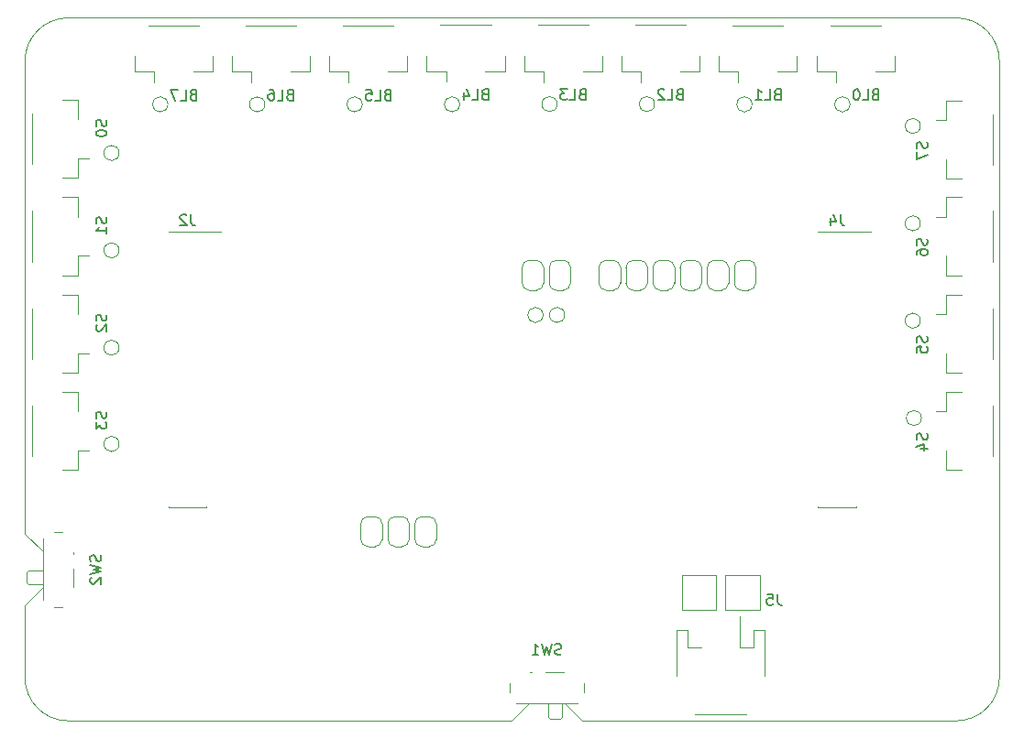
<source format=gbo>
G04 #@! TF.GenerationSoftware,KiCad,Pcbnew,(5.99.0-11031-gb4f5b6ef3c)*
G04 #@! TF.CreationDate,2021-06-15T20:59:53-04:00*
G04 #@! TF.ProjectId,FlySensei_Stack_Actuation_ECAD,466c7953-656e-4736-9569-5f537461636b,0.1*
G04 #@! TF.SameCoordinates,Original*
G04 #@! TF.FileFunction,Legend,Bot*
G04 #@! TF.FilePolarity,Positive*
%FSLAX46Y46*%
G04 Gerber Fmt 4.6, Leading zero omitted, Abs format (unit mm)*
G04 Created by KiCad (PCBNEW (5.99.0-11031-gb4f5b6ef3c)) date 2021-06-15 20:59:53*
%MOMM*%
%LPD*%
G01*
G04 APERTURE LIST*
G04 #@! TA.AperFunction,Profile*
%ADD10C,0.100000*%
G04 #@! TD*
%ADD11C,0.150000*%
%ADD12C,0.120000*%
G04 APERTURE END LIST*
D10*
X136550000Y-128350000D02*
X134900000Y-130000000D01*
X136550000Y-128350000D02*
X139850000Y-128350000D01*
X139850000Y-128350000D02*
X141500000Y-130000000D01*
X91650000Y-114350000D02*
X91650000Y-117650000D01*
X180000000Y-69000000D02*
X180000000Y-126000000D01*
X180000000Y-69000000D02*
G75*
G03*
X176000000Y-65000000I-4000000J0D01*
G01*
X91650000Y-114350000D02*
X90000000Y-112700000D01*
X141500000Y-130000000D02*
X176000000Y-130000000D01*
X94000000Y-65000000D02*
X176000000Y-65000000D01*
X91650000Y-117650000D02*
X90000000Y-119300000D01*
X90000000Y-126000000D02*
G75*
G03*
X94000000Y-130000000I4000000J0D01*
G01*
X134900000Y-130000000D02*
X94000000Y-130000000D01*
X94000000Y-65000000D02*
G75*
G03*
X90000000Y-69000000I0J-4000000D01*
G01*
X176000000Y-130000000D02*
G75*
G03*
X180000000Y-126000000I0J4000000D01*
G01*
X90000000Y-119300000D02*
X90000000Y-126000000D01*
X90000000Y-112700000D02*
X90000000Y-69000000D01*
D11*
G04 #@! TO.C,BL2*
X150459523Y-72058571D02*
X150316666Y-72106190D01*
X150269047Y-72153809D01*
X150221428Y-72249047D01*
X150221428Y-72391904D01*
X150269047Y-72487142D01*
X150316666Y-72534761D01*
X150411904Y-72582380D01*
X150792857Y-72582380D01*
X150792857Y-71582380D01*
X150459523Y-71582380D01*
X150364285Y-71630000D01*
X150316666Y-71677619D01*
X150269047Y-71772857D01*
X150269047Y-71868095D01*
X150316666Y-71963333D01*
X150364285Y-72010952D01*
X150459523Y-72058571D01*
X150792857Y-72058571D01*
X149316666Y-72582380D02*
X149792857Y-72582380D01*
X149792857Y-71582380D01*
X149030952Y-71677619D02*
X148983333Y-71630000D01*
X148888095Y-71582380D01*
X148650000Y-71582380D01*
X148554761Y-71630000D01*
X148507142Y-71677619D01*
X148459523Y-71772857D01*
X148459523Y-71868095D01*
X148507142Y-72010952D01*
X149078571Y-72582380D01*
X148459523Y-72582380D01*
G04 #@! TO.C,S7*
X173304761Y-76488095D02*
X173352380Y-76630952D01*
X173352380Y-76869047D01*
X173304761Y-76964285D01*
X173257142Y-77011904D01*
X173161904Y-77059523D01*
X173066666Y-77059523D01*
X172971428Y-77011904D01*
X172923809Y-76964285D01*
X172876190Y-76869047D01*
X172828571Y-76678571D01*
X172780952Y-76583333D01*
X172733333Y-76535714D01*
X172638095Y-76488095D01*
X172542857Y-76488095D01*
X172447619Y-76535714D01*
X172400000Y-76583333D01*
X172352380Y-76678571D01*
X172352380Y-76916666D01*
X172400000Y-77059523D01*
X172352380Y-77392857D02*
X172352380Y-78059523D01*
X173352380Y-77630952D01*
G04 #@! TO.C,J2*
X105333333Y-83192380D02*
X105333333Y-83906666D01*
X105380952Y-84049523D01*
X105476190Y-84144761D01*
X105619047Y-84192380D01*
X105714285Y-84192380D01*
X104904761Y-83287619D02*
X104857142Y-83240000D01*
X104761904Y-83192380D01*
X104523809Y-83192380D01*
X104428571Y-83240000D01*
X104380952Y-83287619D01*
X104333333Y-83382857D01*
X104333333Y-83478095D01*
X104380952Y-83620952D01*
X104952380Y-84192380D01*
X104333333Y-84192380D01*
G04 #@! TO.C,BL4*
X132459523Y-72053571D02*
X132316666Y-72101190D01*
X132269047Y-72148809D01*
X132221428Y-72244047D01*
X132221428Y-72386904D01*
X132269047Y-72482142D01*
X132316666Y-72529761D01*
X132411904Y-72577380D01*
X132792857Y-72577380D01*
X132792857Y-71577380D01*
X132459523Y-71577380D01*
X132364285Y-71625000D01*
X132316666Y-71672619D01*
X132269047Y-71767857D01*
X132269047Y-71863095D01*
X132316666Y-71958333D01*
X132364285Y-72005952D01*
X132459523Y-72053571D01*
X132792857Y-72053571D01*
X131316666Y-72577380D02*
X131792857Y-72577380D01*
X131792857Y-71577380D01*
X130554761Y-71910714D02*
X130554761Y-72577380D01*
X130792857Y-71529761D02*
X131030952Y-72244047D01*
X130411904Y-72244047D01*
G04 #@! TO.C,J4*
X165333333Y-83192380D02*
X165333333Y-83906666D01*
X165380952Y-84049523D01*
X165476190Y-84144761D01*
X165619047Y-84192380D01*
X165714285Y-84192380D01*
X164428571Y-83525714D02*
X164428571Y-84192380D01*
X164666666Y-83144761D02*
X164904761Y-83859047D01*
X164285714Y-83859047D01*
G04 #@! TO.C,BL0*
X168509523Y-72078571D02*
X168366666Y-72126190D01*
X168319047Y-72173809D01*
X168271428Y-72269047D01*
X168271428Y-72411904D01*
X168319047Y-72507142D01*
X168366666Y-72554761D01*
X168461904Y-72602380D01*
X168842857Y-72602380D01*
X168842857Y-71602380D01*
X168509523Y-71602380D01*
X168414285Y-71650000D01*
X168366666Y-71697619D01*
X168319047Y-71792857D01*
X168319047Y-71888095D01*
X168366666Y-71983333D01*
X168414285Y-72030952D01*
X168509523Y-72078571D01*
X168842857Y-72078571D01*
X167366666Y-72602380D02*
X167842857Y-72602380D01*
X167842857Y-71602380D01*
X166842857Y-71602380D02*
X166747619Y-71602380D01*
X166652380Y-71650000D01*
X166604761Y-71697619D01*
X166557142Y-71792857D01*
X166509523Y-71983333D01*
X166509523Y-72221428D01*
X166557142Y-72411904D01*
X166604761Y-72507142D01*
X166652380Y-72554761D01*
X166747619Y-72602380D01*
X166842857Y-72602380D01*
X166938095Y-72554761D01*
X166985714Y-72507142D01*
X167033333Y-72411904D01*
X167080952Y-72221428D01*
X167080952Y-71983333D01*
X167033333Y-71792857D01*
X166985714Y-71697619D01*
X166938095Y-71650000D01*
X166842857Y-71602380D01*
G04 #@! TO.C,S3*
X97504761Y-101438095D02*
X97552380Y-101580952D01*
X97552380Y-101819047D01*
X97504761Y-101914285D01*
X97457142Y-101961904D01*
X97361904Y-102009523D01*
X97266666Y-102009523D01*
X97171428Y-101961904D01*
X97123809Y-101914285D01*
X97076190Y-101819047D01*
X97028571Y-101628571D01*
X96980952Y-101533333D01*
X96933333Y-101485714D01*
X96838095Y-101438095D01*
X96742857Y-101438095D01*
X96647619Y-101485714D01*
X96600000Y-101533333D01*
X96552380Y-101628571D01*
X96552380Y-101866666D01*
X96600000Y-102009523D01*
X96552380Y-102342857D02*
X96552380Y-102961904D01*
X96933333Y-102628571D01*
X96933333Y-102771428D01*
X96980952Y-102866666D01*
X97028571Y-102914285D01*
X97123809Y-102961904D01*
X97361904Y-102961904D01*
X97457142Y-102914285D01*
X97504761Y-102866666D01*
X97552380Y-102771428D01*
X97552380Y-102485714D01*
X97504761Y-102390476D01*
X97457142Y-102342857D01*
G04 #@! TO.C,S2*
X97504761Y-92438095D02*
X97552380Y-92580952D01*
X97552380Y-92819047D01*
X97504761Y-92914285D01*
X97457142Y-92961904D01*
X97361904Y-93009523D01*
X97266666Y-93009523D01*
X97171428Y-92961904D01*
X97123809Y-92914285D01*
X97076190Y-92819047D01*
X97028571Y-92628571D01*
X96980952Y-92533333D01*
X96933333Y-92485714D01*
X96838095Y-92438095D01*
X96742857Y-92438095D01*
X96647619Y-92485714D01*
X96600000Y-92533333D01*
X96552380Y-92628571D01*
X96552380Y-92866666D01*
X96600000Y-93009523D01*
X96647619Y-93390476D02*
X96600000Y-93438095D01*
X96552380Y-93533333D01*
X96552380Y-93771428D01*
X96600000Y-93866666D01*
X96647619Y-93914285D01*
X96742857Y-93961904D01*
X96838095Y-93961904D01*
X96980952Y-93914285D01*
X97552380Y-93342857D01*
X97552380Y-93961904D01*
G04 #@! TO.C,J5*
X159508333Y-118277380D02*
X159508333Y-118991666D01*
X159555952Y-119134523D01*
X159651190Y-119229761D01*
X159794047Y-119277380D01*
X159889285Y-119277380D01*
X158555952Y-118277380D02*
X159032142Y-118277380D01*
X159079761Y-118753571D01*
X159032142Y-118705952D01*
X158936904Y-118658333D01*
X158698809Y-118658333D01*
X158603571Y-118705952D01*
X158555952Y-118753571D01*
X158508333Y-118848809D01*
X158508333Y-119086904D01*
X158555952Y-119182142D01*
X158603571Y-119229761D01*
X158698809Y-119277380D01*
X158936904Y-119277380D01*
X159032142Y-119229761D01*
X159079761Y-119182142D01*
G04 #@! TO.C,S4*
X173304761Y-103438095D02*
X173352380Y-103580952D01*
X173352380Y-103819047D01*
X173304761Y-103914285D01*
X173257142Y-103961904D01*
X173161904Y-104009523D01*
X173066666Y-104009523D01*
X172971428Y-103961904D01*
X172923809Y-103914285D01*
X172876190Y-103819047D01*
X172828571Y-103628571D01*
X172780952Y-103533333D01*
X172733333Y-103485714D01*
X172638095Y-103438095D01*
X172542857Y-103438095D01*
X172447619Y-103485714D01*
X172400000Y-103533333D01*
X172352380Y-103628571D01*
X172352380Y-103866666D01*
X172400000Y-104009523D01*
X172685714Y-104866666D02*
X173352380Y-104866666D01*
X172304761Y-104628571D02*
X173019047Y-104390476D01*
X173019047Y-105009523D01*
G04 #@! TO.C,SW2*
X96979761Y-114666666D02*
X97027380Y-114809523D01*
X97027380Y-115047619D01*
X96979761Y-115142857D01*
X96932142Y-115190476D01*
X96836904Y-115238095D01*
X96741666Y-115238095D01*
X96646428Y-115190476D01*
X96598809Y-115142857D01*
X96551190Y-115047619D01*
X96503571Y-114857142D01*
X96455952Y-114761904D01*
X96408333Y-114714285D01*
X96313095Y-114666666D01*
X96217857Y-114666666D01*
X96122619Y-114714285D01*
X96075000Y-114761904D01*
X96027380Y-114857142D01*
X96027380Y-115095238D01*
X96075000Y-115238095D01*
X96027380Y-115571428D02*
X97027380Y-115809523D01*
X96313095Y-116000000D01*
X97027380Y-116190476D01*
X96027380Y-116428571D01*
X96122619Y-116761904D02*
X96075000Y-116809523D01*
X96027380Y-116904761D01*
X96027380Y-117142857D01*
X96075000Y-117238095D01*
X96122619Y-117285714D01*
X96217857Y-117333333D01*
X96313095Y-117333333D01*
X96455952Y-117285714D01*
X97027380Y-116714285D01*
X97027380Y-117333333D01*
G04 #@! TO.C,SW1*
X139533333Y-123829761D02*
X139390476Y-123877380D01*
X139152380Y-123877380D01*
X139057142Y-123829761D01*
X139009523Y-123782142D01*
X138961904Y-123686904D01*
X138961904Y-123591666D01*
X139009523Y-123496428D01*
X139057142Y-123448809D01*
X139152380Y-123401190D01*
X139342857Y-123353571D01*
X139438095Y-123305952D01*
X139485714Y-123258333D01*
X139533333Y-123163095D01*
X139533333Y-123067857D01*
X139485714Y-122972619D01*
X139438095Y-122925000D01*
X139342857Y-122877380D01*
X139104761Y-122877380D01*
X138961904Y-122925000D01*
X138628571Y-122877380D02*
X138390476Y-123877380D01*
X138200000Y-123163095D01*
X138009523Y-123877380D01*
X137771428Y-122877380D01*
X136866666Y-123877380D02*
X137438095Y-123877380D01*
X137152380Y-123877380D02*
X137152380Y-122877380D01*
X137247619Y-123020238D01*
X137342857Y-123115476D01*
X137438095Y-123163095D01*
G04 #@! TO.C,S1*
X97504761Y-83438095D02*
X97552380Y-83580952D01*
X97552380Y-83819047D01*
X97504761Y-83914285D01*
X97457142Y-83961904D01*
X97361904Y-84009523D01*
X97266666Y-84009523D01*
X97171428Y-83961904D01*
X97123809Y-83914285D01*
X97076190Y-83819047D01*
X97028571Y-83628571D01*
X96980952Y-83533333D01*
X96933333Y-83485714D01*
X96838095Y-83438095D01*
X96742857Y-83438095D01*
X96647619Y-83485714D01*
X96600000Y-83533333D01*
X96552380Y-83628571D01*
X96552380Y-83866666D01*
X96600000Y-84009523D01*
X97552380Y-84961904D02*
X97552380Y-84390476D01*
X97552380Y-84676190D02*
X96552380Y-84676190D01*
X96695238Y-84580952D01*
X96790476Y-84485714D01*
X96838095Y-84390476D01*
G04 #@! TO.C,BL6*
X114459523Y-72103571D02*
X114316666Y-72151190D01*
X114269047Y-72198809D01*
X114221428Y-72294047D01*
X114221428Y-72436904D01*
X114269047Y-72532142D01*
X114316666Y-72579761D01*
X114411904Y-72627380D01*
X114792857Y-72627380D01*
X114792857Y-71627380D01*
X114459523Y-71627380D01*
X114364285Y-71675000D01*
X114316666Y-71722619D01*
X114269047Y-71817857D01*
X114269047Y-71913095D01*
X114316666Y-72008333D01*
X114364285Y-72055952D01*
X114459523Y-72103571D01*
X114792857Y-72103571D01*
X113316666Y-72627380D02*
X113792857Y-72627380D01*
X113792857Y-71627380D01*
X112554761Y-71627380D02*
X112745238Y-71627380D01*
X112840476Y-71675000D01*
X112888095Y-71722619D01*
X112983333Y-71865476D01*
X113030952Y-72055952D01*
X113030952Y-72436904D01*
X112983333Y-72532142D01*
X112935714Y-72579761D01*
X112840476Y-72627380D01*
X112650000Y-72627380D01*
X112554761Y-72579761D01*
X112507142Y-72532142D01*
X112459523Y-72436904D01*
X112459523Y-72198809D01*
X112507142Y-72103571D01*
X112554761Y-72055952D01*
X112650000Y-72008333D01*
X112840476Y-72008333D01*
X112935714Y-72055952D01*
X112983333Y-72103571D01*
X113030952Y-72198809D01*
G04 #@! TO.C,S0*
X97504761Y-74438095D02*
X97552380Y-74580952D01*
X97552380Y-74819047D01*
X97504761Y-74914285D01*
X97457142Y-74961904D01*
X97361904Y-75009523D01*
X97266666Y-75009523D01*
X97171428Y-74961904D01*
X97123809Y-74914285D01*
X97076190Y-74819047D01*
X97028571Y-74628571D01*
X96980952Y-74533333D01*
X96933333Y-74485714D01*
X96838095Y-74438095D01*
X96742857Y-74438095D01*
X96647619Y-74485714D01*
X96600000Y-74533333D01*
X96552380Y-74628571D01*
X96552380Y-74866666D01*
X96600000Y-75009523D01*
X96552380Y-75628571D02*
X96552380Y-75723809D01*
X96600000Y-75819047D01*
X96647619Y-75866666D01*
X96742857Y-75914285D01*
X96933333Y-75961904D01*
X97171428Y-75961904D01*
X97361904Y-75914285D01*
X97457142Y-75866666D01*
X97504761Y-75819047D01*
X97552380Y-75723809D01*
X97552380Y-75628571D01*
X97504761Y-75533333D01*
X97457142Y-75485714D01*
X97361904Y-75438095D01*
X97171428Y-75390476D01*
X96933333Y-75390476D01*
X96742857Y-75438095D01*
X96647619Y-75485714D01*
X96600000Y-75533333D01*
X96552380Y-75628571D01*
G04 #@! TO.C,BL1*
X159459523Y-72078571D02*
X159316666Y-72126190D01*
X159269047Y-72173809D01*
X159221428Y-72269047D01*
X159221428Y-72411904D01*
X159269047Y-72507142D01*
X159316666Y-72554761D01*
X159411904Y-72602380D01*
X159792857Y-72602380D01*
X159792857Y-71602380D01*
X159459523Y-71602380D01*
X159364285Y-71650000D01*
X159316666Y-71697619D01*
X159269047Y-71792857D01*
X159269047Y-71888095D01*
X159316666Y-71983333D01*
X159364285Y-72030952D01*
X159459523Y-72078571D01*
X159792857Y-72078571D01*
X158316666Y-72602380D02*
X158792857Y-72602380D01*
X158792857Y-71602380D01*
X157459523Y-72602380D02*
X158030952Y-72602380D01*
X157745238Y-72602380D02*
X157745238Y-71602380D01*
X157840476Y-71745238D01*
X157935714Y-71840476D01*
X158030952Y-71888095D01*
G04 #@! TO.C,BL3*
X141459523Y-72058571D02*
X141316666Y-72106190D01*
X141269047Y-72153809D01*
X141221428Y-72249047D01*
X141221428Y-72391904D01*
X141269047Y-72487142D01*
X141316666Y-72534761D01*
X141411904Y-72582380D01*
X141792857Y-72582380D01*
X141792857Y-71582380D01*
X141459523Y-71582380D01*
X141364285Y-71630000D01*
X141316666Y-71677619D01*
X141269047Y-71772857D01*
X141269047Y-71868095D01*
X141316666Y-71963333D01*
X141364285Y-72010952D01*
X141459523Y-72058571D01*
X141792857Y-72058571D01*
X140316666Y-72582380D02*
X140792857Y-72582380D01*
X140792857Y-71582380D01*
X140078571Y-71582380D02*
X139459523Y-71582380D01*
X139792857Y-71963333D01*
X139650000Y-71963333D01*
X139554761Y-72010952D01*
X139507142Y-72058571D01*
X139459523Y-72153809D01*
X139459523Y-72391904D01*
X139507142Y-72487142D01*
X139554761Y-72534761D01*
X139650000Y-72582380D01*
X139935714Y-72582380D01*
X140030952Y-72534761D01*
X140078571Y-72487142D01*
G04 #@! TO.C,S5*
X173304761Y-94438095D02*
X173352380Y-94580952D01*
X173352380Y-94819047D01*
X173304761Y-94914285D01*
X173257142Y-94961904D01*
X173161904Y-95009523D01*
X173066666Y-95009523D01*
X172971428Y-94961904D01*
X172923809Y-94914285D01*
X172876190Y-94819047D01*
X172828571Y-94628571D01*
X172780952Y-94533333D01*
X172733333Y-94485714D01*
X172638095Y-94438095D01*
X172542857Y-94438095D01*
X172447619Y-94485714D01*
X172400000Y-94533333D01*
X172352380Y-94628571D01*
X172352380Y-94866666D01*
X172400000Y-95009523D01*
X172352380Y-95914285D02*
X172352380Y-95438095D01*
X172828571Y-95390476D01*
X172780952Y-95438095D01*
X172733333Y-95533333D01*
X172733333Y-95771428D01*
X172780952Y-95866666D01*
X172828571Y-95914285D01*
X172923809Y-95961904D01*
X173161904Y-95961904D01*
X173257142Y-95914285D01*
X173304761Y-95866666D01*
X173352380Y-95771428D01*
X173352380Y-95533333D01*
X173304761Y-95438095D01*
X173257142Y-95390476D01*
G04 #@! TO.C,BL5*
X123459523Y-72103571D02*
X123316666Y-72151190D01*
X123269047Y-72198809D01*
X123221428Y-72294047D01*
X123221428Y-72436904D01*
X123269047Y-72532142D01*
X123316666Y-72579761D01*
X123411904Y-72627380D01*
X123792857Y-72627380D01*
X123792857Y-71627380D01*
X123459523Y-71627380D01*
X123364285Y-71675000D01*
X123316666Y-71722619D01*
X123269047Y-71817857D01*
X123269047Y-71913095D01*
X123316666Y-72008333D01*
X123364285Y-72055952D01*
X123459523Y-72103571D01*
X123792857Y-72103571D01*
X122316666Y-72627380D02*
X122792857Y-72627380D01*
X122792857Y-71627380D01*
X121507142Y-71627380D02*
X121983333Y-71627380D01*
X122030952Y-72103571D01*
X121983333Y-72055952D01*
X121888095Y-72008333D01*
X121650000Y-72008333D01*
X121554761Y-72055952D01*
X121507142Y-72103571D01*
X121459523Y-72198809D01*
X121459523Y-72436904D01*
X121507142Y-72532142D01*
X121554761Y-72579761D01*
X121650000Y-72627380D01*
X121888095Y-72627380D01*
X121983333Y-72579761D01*
X122030952Y-72532142D01*
G04 #@! TO.C,S6*
X173304761Y-85438095D02*
X173352380Y-85580952D01*
X173352380Y-85819047D01*
X173304761Y-85914285D01*
X173257142Y-85961904D01*
X173161904Y-86009523D01*
X173066666Y-86009523D01*
X172971428Y-85961904D01*
X172923809Y-85914285D01*
X172876190Y-85819047D01*
X172828571Y-85628571D01*
X172780952Y-85533333D01*
X172733333Y-85485714D01*
X172638095Y-85438095D01*
X172542857Y-85438095D01*
X172447619Y-85485714D01*
X172400000Y-85533333D01*
X172352380Y-85628571D01*
X172352380Y-85866666D01*
X172400000Y-86009523D01*
X172352380Y-86866666D02*
X172352380Y-86676190D01*
X172400000Y-86580952D01*
X172447619Y-86533333D01*
X172590476Y-86438095D01*
X172780952Y-86390476D01*
X173161904Y-86390476D01*
X173257142Y-86438095D01*
X173304761Y-86485714D01*
X173352380Y-86580952D01*
X173352380Y-86771428D01*
X173304761Y-86866666D01*
X173257142Y-86914285D01*
X173161904Y-86961904D01*
X172923809Y-86961904D01*
X172828571Y-86914285D01*
X172780952Y-86866666D01*
X172733333Y-86771428D01*
X172733333Y-86580952D01*
X172780952Y-86485714D01*
X172828571Y-86438095D01*
X172923809Y-86390476D01*
G04 #@! TO.C,BL7*
X105509523Y-72108571D02*
X105366666Y-72156190D01*
X105319047Y-72203809D01*
X105271428Y-72299047D01*
X105271428Y-72441904D01*
X105319047Y-72537142D01*
X105366666Y-72584761D01*
X105461904Y-72632380D01*
X105842857Y-72632380D01*
X105842857Y-71632380D01*
X105509523Y-71632380D01*
X105414285Y-71680000D01*
X105366666Y-71727619D01*
X105319047Y-71822857D01*
X105319047Y-71918095D01*
X105366666Y-72013333D01*
X105414285Y-72060952D01*
X105509523Y-72108571D01*
X105842857Y-72108571D01*
X104366666Y-72632380D02*
X104842857Y-72632380D01*
X104842857Y-71632380D01*
X104128571Y-71632380D02*
X103461904Y-71632380D01*
X103890476Y-72632380D01*
D12*
G04 #@! TO.C,TP15*
X172800000Y-102000000D02*
G75*
G03*
X172800000Y-102000000I-700000J0D01*
G01*
G04 #@! TO.C,JP2*
X154300000Y-87400000D02*
X153700000Y-87400000D01*
X153000000Y-88100000D02*
X153000000Y-89500000D01*
X155000000Y-89500000D02*
X155000000Y-88100000D01*
X153700000Y-90200000D02*
X154300000Y-90200000D01*
X154300000Y-90200000D02*
G75*
G03*
X155000000Y-89500000I0J700000D01*
G01*
X155000000Y-88100000D02*
G75*
G03*
X154300000Y-87400000I-700000J0D01*
G01*
X153700000Y-87400000D02*
G75*
G03*
X153000000Y-88100000I0J-700000D01*
G01*
X153000000Y-89500000D02*
G75*
G03*
X153700000Y-90200000I700000J0D01*
G01*
G04 #@! TO.C,BL2*
X145090000Y-68490000D02*
X145090000Y-69940000D01*
X145090000Y-69940000D02*
X146890000Y-69940000D01*
X152310000Y-69940000D02*
X150510000Y-69940000D01*
X146890000Y-69940000D02*
X146890000Y-70930000D01*
X152310000Y-68490000D02*
X152310000Y-69940000D01*
X146360000Y-65670000D02*
X151040000Y-65670000D01*
G04 #@! TO.C,TP9*
X112150000Y-73000001D02*
G75*
G03*
X112150000Y-73000001I-700000J0D01*
G01*
G04 #@! TO.C,JP3*
X150500000Y-88100000D02*
X150500000Y-89500000D01*
X151200000Y-90200000D02*
X151800000Y-90200000D01*
X152500000Y-89500000D02*
X152500000Y-88100000D01*
X151800000Y-87400000D02*
X151200000Y-87400000D01*
X151200000Y-87400000D02*
G75*
G03*
X150500000Y-88100000I0J-700000D01*
G01*
X151800000Y-90200000D02*
G75*
G03*
X152500000Y-89500000I0J700000D01*
G01*
X150500000Y-89500000D02*
G75*
G03*
X151200000Y-90200000I700000J0D01*
G01*
X152500000Y-88100000D02*
G75*
G03*
X151800000Y-87400000I-700000J0D01*
G01*
G04 #@! TO.C,TP18*
X172700000Y-75000000D02*
G75*
G03*
X172700000Y-75000000I-700000J0D01*
G01*
G04 #@! TO.C,S7*
X175090000Y-72640000D02*
X175090000Y-74440000D01*
X175090000Y-79860000D02*
X175090000Y-78060000D01*
X176540000Y-79860000D02*
X175090000Y-79860000D01*
X179360000Y-73910000D02*
X179360000Y-78590000D01*
X175090000Y-74440000D02*
X174100000Y-74440000D01*
X176540000Y-72640000D02*
X175090000Y-72640000D01*
G04 #@! TO.C,JP5*
X146200000Y-90200000D02*
X146800000Y-90200000D01*
X145500000Y-88100000D02*
X145500000Y-89500000D01*
X146800000Y-87400000D02*
X146200000Y-87400000D01*
X147500000Y-89500000D02*
X147500000Y-88100000D01*
X145500000Y-89500000D02*
G75*
G03*
X146200000Y-90200000I700000J0D01*
G01*
X147500000Y-88100000D02*
G75*
G03*
X146800000Y-87400000I-700000J0D01*
G01*
X146800000Y-90200000D02*
G75*
G03*
X147500000Y-89500000I0J700000D01*
G01*
X146200000Y-87400000D02*
G75*
G03*
X145500000Y-88100000I0J-700000D01*
G01*
G04 #@! TO.C,J2*
X103235000Y-110195000D02*
X103235000Y-110260000D01*
X106765000Y-84740000D02*
X103235000Y-84740000D01*
X106765000Y-110260000D02*
X103235000Y-110260000D01*
X106765000Y-84740000D02*
X106765000Y-84805000D01*
X103235000Y-84740000D02*
X103235000Y-84805000D01*
X108090000Y-84805000D02*
X106765000Y-84805000D01*
X106765000Y-110195000D02*
X106765000Y-110260000D01*
G04 #@! TO.C,BL4*
X127090000Y-69935000D02*
X128890000Y-69935000D01*
X134310000Y-69935000D02*
X132510000Y-69935000D01*
X134310000Y-68485000D02*
X134310000Y-69935000D01*
X128890000Y-69935000D02*
X128890000Y-70925000D01*
X127090000Y-68485000D02*
X127090000Y-69935000D01*
X128360000Y-65665000D02*
X133040000Y-65665000D01*
G04 #@! TO.C,J4*
X163235000Y-84740000D02*
X163235000Y-84805000D01*
X166765000Y-110195000D02*
X166765000Y-110260000D01*
X166765000Y-84740000D02*
X166765000Y-84805000D01*
X166765000Y-84740000D02*
X163235000Y-84740000D01*
X166765000Y-110260000D02*
X163235000Y-110260000D01*
X168090000Y-84805000D02*
X166765000Y-84805000D01*
X163235000Y-110195000D02*
X163235000Y-110260000D01*
G04 #@! TO.C,TP11*
X98700000Y-77500000D02*
G75*
G03*
X98700000Y-77500000I-700000J0D01*
G01*
G04 #@! TO.C,TP8*
X121150000Y-73000001D02*
G75*
G03*
X121150000Y-73000001I-700000J0D01*
G01*
G04 #@! TO.C,BL0*
X163140000Y-68510000D02*
X163140000Y-69960000D01*
X170360000Y-68510000D02*
X170360000Y-69960000D01*
X163140000Y-69960000D02*
X164940000Y-69960000D01*
X164410000Y-65690000D02*
X169090000Y-65690000D01*
X170360000Y-69960000D02*
X168560000Y-69960000D01*
X164940000Y-69960000D02*
X164940000Y-70950000D01*
G04 #@! TO.C,S3*
X90640000Y-105540000D02*
X90640000Y-100860000D01*
X94910000Y-106810000D02*
X94910000Y-105010000D01*
X93460000Y-99590000D02*
X94910000Y-99590000D01*
X94910000Y-105010000D02*
X95900000Y-105010000D01*
X93460000Y-106810000D02*
X94910000Y-106810000D01*
X94910000Y-99590000D02*
X94910000Y-101390000D01*
G04 #@! TO.C,JP1*
X156200000Y-90200000D02*
X156800000Y-90200000D01*
X156800000Y-87400000D02*
X156200000Y-87400000D01*
X157500000Y-89500000D02*
X157500000Y-88100000D01*
X155500000Y-88100000D02*
X155500000Y-89500000D01*
X156800000Y-90200000D02*
G75*
G03*
X157500000Y-89500000I0J700000D01*
G01*
X155500000Y-89500000D02*
G75*
G03*
X156200000Y-90200000I700000J0D01*
G01*
X157500000Y-88100000D02*
G75*
G03*
X156800000Y-87400000I-700000J0D01*
G01*
X156200000Y-87400000D02*
G75*
G03*
X155500000Y-88100000I0J-700000D01*
G01*
G04 #@! TO.C,S2*
X94910000Y-97810000D02*
X94910000Y-96010000D01*
X93460000Y-97810000D02*
X94910000Y-97810000D01*
X90640000Y-96540000D02*
X90640000Y-91860000D01*
X93460000Y-90590000D02*
X94910000Y-90590000D01*
X94910000Y-96010000D02*
X95900000Y-96010000D01*
X94910000Y-90590000D02*
X94910000Y-92390000D01*
G04 #@! TO.C,JP6*
X144300000Y-87400000D02*
X143700000Y-87400000D01*
X145000000Y-89500000D02*
X145000000Y-88100000D01*
X143000000Y-88100000D02*
X143000000Y-89500000D01*
X143700000Y-90200000D02*
X144300000Y-90200000D01*
X143700000Y-87400000D02*
G75*
G03*
X143000000Y-88100000I0J-700000D01*
G01*
X143000000Y-89500000D02*
G75*
G03*
X143700000Y-90200000I700000J0D01*
G01*
X145000000Y-88100000D02*
G75*
G03*
X144300000Y-87400000I-700000J0D01*
G01*
X144300000Y-90200000D02*
G75*
G03*
X145000000Y-89500000I0J700000D01*
G01*
G04 #@! TO.C,J5*
X150190000Y-121590000D02*
X151210000Y-121590000D01*
X151210000Y-123190000D02*
X152490000Y-123190000D01*
X151210000Y-121590000D02*
X151210000Y-123190000D01*
X150190000Y-125840000D02*
X150190000Y-121590000D01*
X158310000Y-125840000D02*
X158310000Y-121590000D01*
X157290000Y-121590000D02*
X157290000Y-123190000D01*
X156010000Y-123190000D02*
X156010000Y-120300000D01*
X156590000Y-129410000D02*
X151910000Y-129410000D01*
X157290000Y-123190000D02*
X156010000Y-123190000D01*
X158310000Y-121590000D02*
X157290000Y-121590000D01*
G04 #@! TO.C,TP5*
X148150000Y-72975001D02*
G75*
G03*
X148150000Y-72975001I-700000J0D01*
G01*
G04 #@! TO.C,TP2*
X137850000Y-92475000D02*
G75*
G03*
X137850000Y-92475000I-700000J0D01*
G01*
G04 #@! TO.C,S4*
X175090000Y-99590000D02*
X175090000Y-101390000D01*
X175090000Y-106810000D02*
X175090000Y-105010000D01*
X179360000Y-100860000D02*
X179360000Y-105540000D01*
X175090000Y-101390000D02*
X174100000Y-101390000D01*
X176540000Y-106810000D02*
X175090000Y-106810000D01*
X176540000Y-99590000D02*
X175090000Y-99590000D01*
G04 #@! TO.C,TP13*
X98700000Y-95500000D02*
G75*
G03*
X98700000Y-95500000I-700000J0D01*
G01*
G04 #@! TO.C,SW2*
X91645000Y-117400000D02*
X90355000Y-117400000D01*
X90145000Y-117200000D02*
X90145000Y-116300000D01*
X90355000Y-117400000D02*
X90145000Y-117200000D01*
X93445000Y-119450000D02*
X92655000Y-119450000D01*
X90355000Y-116100000D02*
X91645000Y-116100000D01*
X91645000Y-118850000D02*
X91645000Y-113150000D01*
X94495000Y-117600000D02*
X94495000Y-115900000D01*
X92655000Y-112550000D02*
X93445000Y-112550000D01*
X90355000Y-116100000D02*
X90145000Y-116300000D01*
X94495000Y-114600000D02*
X94495000Y-114400000D01*
G04 #@! TO.C,TP7*
X130150000Y-73000001D02*
G75*
G03*
X130150000Y-73000001I-700000J0D01*
G01*
G04 #@! TO.C,JP4*
X148700000Y-90200000D02*
X149300000Y-90200000D01*
X149300000Y-87400000D02*
X148700000Y-87400000D01*
X148000000Y-88100000D02*
X148000000Y-89500000D01*
X150000000Y-89500000D02*
X150000000Y-88100000D01*
X149300000Y-90200000D02*
G75*
G03*
X150000000Y-89500000I0J700000D01*
G01*
X148700000Y-87400000D02*
G75*
G03*
X148000000Y-88100000I0J-700000D01*
G01*
X150000000Y-88100000D02*
G75*
G03*
X149300000Y-87400000I-700000J0D01*
G01*
X148000000Y-89500000D02*
G75*
G03*
X148700000Y-90200000I700000J0D01*
G01*
G04 #@! TO.C,SW1*
X139600000Y-128355000D02*
X139600000Y-129645000D01*
X141050000Y-128355000D02*
X135350000Y-128355000D01*
X139800000Y-125505000D02*
X138100000Y-125505000D01*
X139600000Y-129645000D02*
X139400000Y-129855000D01*
X139400000Y-129855000D02*
X138500000Y-129855000D01*
X141650000Y-126555000D02*
X141650000Y-127345000D01*
X138300000Y-129645000D02*
X138500000Y-129855000D01*
X136800000Y-125505000D02*
X136600000Y-125505000D01*
X138300000Y-129645000D02*
X138300000Y-128355000D01*
X134750000Y-127345000D02*
X134750000Y-126555000D01*
G04 #@! TO.C,JP10*
X138400000Y-88100000D02*
X138400000Y-89500000D01*
X140400000Y-89500000D02*
X140400000Y-88100000D01*
X139700000Y-87400000D02*
X139100000Y-87400000D01*
X139100000Y-90200000D02*
X139700000Y-90200000D01*
X139700000Y-90200000D02*
G75*
G03*
X140400000Y-89500000I0J700000D01*
G01*
X138400000Y-89500000D02*
G75*
G03*
X139100000Y-90200000I700000J0D01*
G01*
X140400000Y-88100000D02*
G75*
G03*
X139700000Y-87400000I-700000J0D01*
G01*
X139100000Y-87400000D02*
G75*
G03*
X138400000Y-88100000I0J-700000D01*
G01*
G04 #@! TO.C,S1*
X93460000Y-88810000D02*
X94910000Y-88810000D01*
X93460000Y-81590000D02*
X94910000Y-81590000D01*
X94910000Y-88810000D02*
X94910000Y-87010000D01*
X94910000Y-81590000D02*
X94910000Y-83390000D01*
X94910000Y-87010000D02*
X95900000Y-87010000D01*
X90640000Y-87540000D02*
X90640000Y-82860000D01*
G04 #@! TO.C,BL6*
X116310000Y-69985000D02*
X114510000Y-69985000D01*
X110360000Y-65715000D02*
X115040000Y-65715000D01*
X110890000Y-69985000D02*
X110890000Y-70975000D01*
X116310000Y-68535000D02*
X116310000Y-69985000D01*
X109090000Y-68535000D02*
X109090000Y-69985000D01*
X109090000Y-69985000D02*
X110890000Y-69985000D01*
G04 #@! TO.C,TP10*
X103200000Y-73000001D02*
G75*
G03*
X103200000Y-73000001I-700000J0D01*
G01*
G04 #@! TO.C,TP12*
X98700000Y-86500000D02*
G75*
G03*
X98700000Y-86500000I-700000J0D01*
G01*
G04 #@! TO.C,JP8*
X121000000Y-111800000D02*
X121000000Y-113200000D01*
X122300000Y-111100000D02*
X121700000Y-111100000D01*
X123000000Y-113200000D02*
X123000000Y-111800000D01*
X121700000Y-113900000D02*
X122300000Y-113900000D01*
X123000000Y-111800000D02*
G75*
G03*
X122300000Y-111100000I-700000J0D01*
G01*
X122300000Y-113900000D02*
G75*
G03*
X123000000Y-113200000I0J700000D01*
G01*
X121700000Y-111100000D02*
G75*
G03*
X121000000Y-111800000I0J-700000D01*
G01*
X121000000Y-113200000D02*
G75*
G03*
X121700000Y-113900000I700000J0D01*
G01*
G04 #@! TO.C,TP19*
X154650000Y-116500000D02*
X154650000Y-119700000D01*
X154650000Y-119700000D02*
X157850000Y-119700000D01*
X157850000Y-116500000D02*
X154650000Y-116500000D01*
X157850000Y-119700000D02*
X157850000Y-116500000D01*
G04 #@! TO.C,JP9*
X128000000Y-113200000D02*
X128000000Y-111800000D01*
X126700000Y-113900000D02*
X127300000Y-113900000D01*
X126000000Y-111800000D02*
X126000000Y-113200000D01*
X127300000Y-111100000D02*
X126700000Y-111100000D01*
X126000000Y-113200000D02*
G75*
G03*
X126700000Y-113900000I700000J0D01*
G01*
X128000000Y-111800000D02*
G75*
G03*
X127300000Y-111100000I-700000J0D01*
G01*
X126700000Y-111100000D02*
G75*
G03*
X126000000Y-111800000I0J-700000D01*
G01*
X127300000Y-113900000D02*
G75*
G03*
X128000000Y-113200000I0J700000D01*
G01*
G04 #@! TO.C,TP14*
X98700000Y-104400000D02*
G75*
G03*
X98700000Y-104400000I-700000J0D01*
G01*
G04 #@! TO.C,TP1*
X139850000Y-92475000D02*
G75*
G03*
X139850000Y-92475000I-700000J0D01*
G01*
G04 #@! TO.C,S0*
X94910000Y-72590000D02*
X94910000Y-74390000D01*
X93460000Y-79810000D02*
X94910000Y-79810000D01*
X94910000Y-78010000D02*
X95900000Y-78010000D01*
X94910000Y-79810000D02*
X94910000Y-78010000D01*
X90640000Y-78540000D02*
X90640000Y-73860000D01*
X93460000Y-72590000D02*
X94910000Y-72590000D01*
G04 #@! TO.C,BL1*
X155890000Y-69960000D02*
X155890000Y-70950000D01*
X154090000Y-69960000D02*
X155890000Y-69960000D01*
X154090000Y-68510000D02*
X154090000Y-69960000D01*
X155360000Y-65690000D02*
X160040000Y-65690000D01*
X161310000Y-68510000D02*
X161310000Y-69960000D01*
X161310000Y-69960000D02*
X159510000Y-69960000D01*
G04 #@! TO.C,BL3*
X143310000Y-68490000D02*
X143310000Y-69940000D01*
X136090000Y-69940000D02*
X137890000Y-69940000D01*
X143310000Y-69940000D02*
X141510000Y-69940000D01*
X136090000Y-68490000D02*
X136090000Y-69940000D01*
X137890000Y-69940000D02*
X137890000Y-70930000D01*
X137360000Y-65670000D02*
X142040000Y-65670000D01*
G04 #@! TO.C,JP11*
X135900000Y-88100000D02*
X135900000Y-89500000D01*
X136600000Y-90200000D02*
X137200000Y-90200000D01*
X137900000Y-89500000D02*
X137900000Y-88100000D01*
X137200000Y-87400000D02*
X136600000Y-87400000D01*
X137200000Y-90200000D02*
G75*
G03*
X137900000Y-89500000I0J700000D01*
G01*
X135900000Y-89500000D02*
G75*
G03*
X136600000Y-90200000I700000J0D01*
G01*
X136600000Y-87400000D02*
G75*
G03*
X135900000Y-88100000I0J-700000D01*
G01*
X137900000Y-88100000D02*
G75*
G03*
X137200000Y-87400000I-700000J0D01*
G01*
G04 #@! TO.C,TP17*
X172700000Y-84000000D02*
G75*
G03*
X172700000Y-84000000I-700000J0D01*
G01*
G04 #@! TO.C,JP7*
X124200000Y-113900000D02*
X124800000Y-113900000D01*
X125500000Y-113200000D02*
X125500000Y-111800000D01*
X123500000Y-111800000D02*
X123500000Y-113200000D01*
X124800000Y-111100000D02*
X124200000Y-111100000D01*
X125500000Y-111800000D02*
G75*
G03*
X124800000Y-111100000I-700000J0D01*
G01*
X123500000Y-113200000D02*
G75*
G03*
X124200000Y-113900000I700000J0D01*
G01*
X124800000Y-113900000D02*
G75*
G03*
X125500000Y-113200000I0J700000D01*
G01*
X124200000Y-111100000D02*
G75*
G03*
X123500000Y-111800000I0J-700000D01*
G01*
G04 #@! TO.C,S5*
X179360000Y-91860000D02*
X179360000Y-96540000D01*
X175090000Y-90590000D02*
X175090000Y-92390000D01*
X176540000Y-90590000D02*
X175090000Y-90590000D01*
X176540000Y-97810000D02*
X175090000Y-97810000D01*
X175090000Y-92390000D02*
X174100000Y-92390000D01*
X175090000Y-97810000D02*
X175090000Y-96010000D01*
G04 #@! TO.C,TP16*
X172700000Y-93000000D02*
G75*
G03*
X172700000Y-93000000I-700000J0D01*
G01*
G04 #@! TO.C,TP4*
X157150000Y-73000001D02*
G75*
G03*
X157150000Y-73000001I-700000J0D01*
G01*
G04 #@! TO.C,TP20*
X153850000Y-119700000D02*
X153850000Y-116500000D01*
X153850000Y-116500000D02*
X150650000Y-116500000D01*
X150650000Y-116500000D02*
X150650000Y-119700000D01*
X150650000Y-119700000D02*
X153850000Y-119700000D01*
G04 #@! TO.C,TP3*
X166200000Y-73000000D02*
G75*
G03*
X166200000Y-73000000I-700000J0D01*
G01*
G04 #@! TO.C,TP6*
X139150000Y-72975001D02*
G75*
G03*
X139150000Y-72975001I-700000J0D01*
G01*
G04 #@! TO.C,BL5*
X119890000Y-69985000D02*
X119890000Y-70975000D01*
X118090000Y-68535000D02*
X118090000Y-69985000D01*
X118090000Y-69985000D02*
X119890000Y-69985000D01*
X125310000Y-68535000D02*
X125310000Y-69985000D01*
X125310000Y-69985000D02*
X123510000Y-69985000D01*
X119360000Y-65715000D02*
X124040000Y-65715000D01*
G04 #@! TO.C,S6*
X175090000Y-88810000D02*
X175090000Y-87010000D01*
X179360000Y-82860000D02*
X179360000Y-87540000D01*
X176540000Y-88810000D02*
X175090000Y-88810000D01*
X175090000Y-81590000D02*
X175090000Y-83390000D01*
X175090000Y-83390000D02*
X174100000Y-83390000D01*
X176540000Y-81590000D02*
X175090000Y-81590000D01*
G04 #@! TO.C,BL7*
X101410000Y-65720000D02*
X106090000Y-65720000D01*
X101940000Y-69990000D02*
X101940000Y-70980000D01*
X107360000Y-68540000D02*
X107360000Y-69990000D01*
X107360000Y-69990000D02*
X105560000Y-69990000D01*
X100140000Y-68540000D02*
X100140000Y-69990000D01*
X100140000Y-69990000D02*
X101940000Y-69990000D01*
G04 #@! TD*
M02*

</source>
